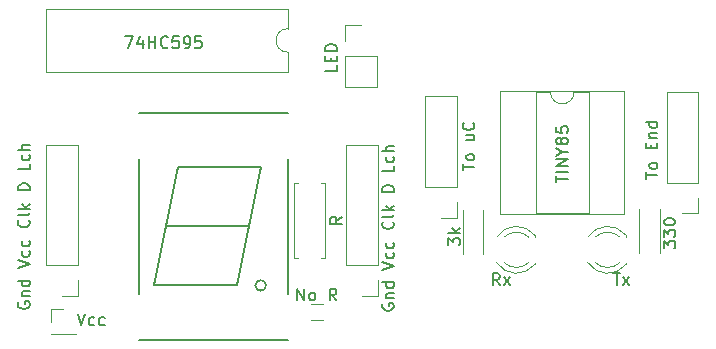
<source format=gbr>
G04 #@! TF.FileFunction,Legend,Top*
%FSLAX46Y46*%
G04 Gerber Fmt 4.6, Leading zero omitted, Abs format (unit mm)*
G04 Created by KiCad (PCBNEW 4.0.7) date 12/08/18 06:10:40*
%MOMM*%
%LPD*%
G01*
G04 APERTURE LIST*
%ADD10C,0.100000*%
%ADD11C,0.120000*%
%ADD12C,0.150000*%
G04 APERTURE END LIST*
D10*
D11*
X99254000Y-29768800D02*
X99254000Y-32368800D01*
X99254000Y-32368800D02*
X101914000Y-32368800D01*
X101914000Y-32368800D02*
X101914000Y-29768800D01*
X101914000Y-29768800D02*
X99254000Y-29768800D01*
X99254000Y-28498800D02*
X99254000Y-27168800D01*
X99254000Y-27168800D02*
X100584000Y-27168800D01*
X102015600Y-47498000D02*
X102015600Y-37278000D01*
X102015600Y-37278000D02*
X99355600Y-37278000D01*
X99355600Y-37278000D02*
X99355600Y-47498000D01*
X99355600Y-47498000D02*
X102015600Y-47498000D01*
X102015600Y-48768000D02*
X102015600Y-50098000D01*
X102015600Y-50098000D02*
X100685600Y-50098000D01*
X94395600Y-29448000D02*
G75*
G02X94395600Y-27448000I0J1000000D01*
G01*
X94395600Y-27448000D02*
X94395600Y-25798000D01*
X94395600Y-25798000D02*
X73955600Y-25798000D01*
X73955600Y-25798000D02*
X73955600Y-31098000D01*
X73955600Y-31098000D02*
X94395600Y-31098000D01*
X94395600Y-31098000D02*
X94395600Y-29448000D01*
D12*
X92534414Y-49196000D02*
G75*
G03X92534414Y-49196000I-447214J0D01*
G01*
X85087200Y-39196000D02*
X84087200Y-44196000D01*
X84087200Y-44196000D02*
X83087200Y-49196000D01*
X83087200Y-49196000D02*
X90087200Y-49196000D01*
X90087200Y-49196000D02*
X91087200Y-44196000D01*
X92087200Y-39196000D02*
X91087200Y-44196000D01*
X91087200Y-44196000D02*
X84087200Y-44196000D01*
X85087200Y-39196000D02*
X92087200Y-39196000D01*
X94387200Y-53796000D02*
X81787200Y-53796000D01*
X81787200Y-38496000D02*
X81787200Y-49896000D01*
X94387200Y-38496000D02*
X94387200Y-49896000D01*
X81787200Y-34596000D02*
X94387200Y-34596000D01*
D11*
X76615600Y-47498000D02*
X76615600Y-37278000D01*
X76615600Y-37278000D02*
X73955600Y-37278000D01*
X73955600Y-37278000D02*
X73955600Y-47498000D01*
X73955600Y-47498000D02*
X76615600Y-47498000D01*
X76615600Y-48768000D02*
X76615600Y-50098000D01*
X76615600Y-50098000D02*
X75285600Y-50098000D01*
X97195200Y-40478000D02*
X97525200Y-40478000D01*
X97525200Y-40478000D02*
X97525200Y-46898000D01*
X97525200Y-46898000D02*
X97195200Y-46898000D01*
X95235200Y-40478000D02*
X94905200Y-40478000D01*
X94905200Y-40478000D02*
X94905200Y-46898000D01*
X94905200Y-46898000D02*
X95235200Y-46898000D01*
X97324800Y-52140400D02*
X96324800Y-52140400D01*
X96324800Y-50780400D02*
X97324800Y-50780400D01*
X74327200Y-53333200D02*
X76447200Y-53333200D01*
X74327200Y-53273200D02*
X74327200Y-53333200D01*
X76447200Y-53273200D02*
X76447200Y-53333200D01*
X74327200Y-53273200D02*
X76447200Y-53273200D01*
X74327200Y-52273200D02*
X74327200Y-51213200D01*
X74327200Y-51213200D02*
X75387200Y-51213200D01*
X118627400Y-32807600D02*
G75*
G02X116627400Y-32807600I-1000000J0D01*
G01*
X116627400Y-32807600D02*
X115377400Y-32807600D01*
X115377400Y-32807600D02*
X115377400Y-43087600D01*
X115377400Y-43087600D02*
X119877400Y-43087600D01*
X119877400Y-43087600D02*
X119877400Y-32807600D01*
X119877400Y-32807600D02*
X118627400Y-32807600D01*
X112377400Y-32747600D02*
X112377400Y-43147600D01*
X112377400Y-43147600D02*
X122877400Y-43147600D01*
X122877400Y-43147600D02*
X122877400Y-32747600D01*
X122877400Y-32747600D02*
X112377400Y-32747600D01*
X108670400Y-40868600D02*
X108670400Y-33188600D01*
X108670400Y-33188600D02*
X106010400Y-33188600D01*
X106010400Y-33188600D02*
X106010400Y-40868600D01*
X106010400Y-40868600D02*
X108670400Y-40868600D01*
X108670400Y-42138600D02*
X108670400Y-43468600D01*
X108670400Y-43468600D02*
X107340400Y-43468600D01*
X119790465Y-47255808D02*
G75*
G03X123022800Y-47412716I1672335J1078608D01*
G01*
X119790465Y-45098592D02*
G75*
G02X123022800Y-44941684I1672335J-1078608D01*
G01*
X120421670Y-47257037D02*
G75*
G03X122503761Y-47257200I1041130J1079837D01*
G01*
X120421670Y-45097363D02*
G75*
G02X122503761Y-45097200I1041130J-1079837D01*
G01*
X123022800Y-47413200D02*
X123022800Y-47257200D01*
X123022800Y-45097200D02*
X123022800Y-44941200D01*
X112068865Y-47255808D02*
G75*
G03X115301200Y-47412716I1672335J1078608D01*
G01*
X112068865Y-45098592D02*
G75*
G02X115301200Y-44941684I1672335J-1078608D01*
G01*
X112700070Y-47257037D02*
G75*
G03X114782161Y-47257200I1041130J1079837D01*
G01*
X112700070Y-45097363D02*
G75*
G02X114782161Y-45097200I1041130J-1079837D01*
G01*
X115301200Y-47413200D02*
X115301200Y-47257200D01*
X115301200Y-45097200D02*
X115301200Y-44941200D01*
X129117400Y-40487600D02*
X129117400Y-32807600D01*
X129117400Y-32807600D02*
X126457400Y-32807600D01*
X126457400Y-32807600D02*
X126457400Y-40487600D01*
X126457400Y-40487600D02*
X129117400Y-40487600D01*
X129117400Y-41757600D02*
X129117400Y-43087600D01*
X129117400Y-43087600D02*
X127787400Y-43087600D01*
X124158800Y-46411600D02*
X124158800Y-42691600D01*
X125878800Y-46411600D02*
X125878800Y-42691600D01*
X110943600Y-42844000D02*
X110943600Y-46564000D01*
X109223600Y-42844000D02*
X109223600Y-46564000D01*
D12*
X98547181Y-30564057D02*
X98547181Y-31040248D01*
X97547181Y-31040248D01*
X98023371Y-30230724D02*
X98023371Y-29897390D01*
X98547181Y-29754533D02*
X98547181Y-30230724D01*
X97547181Y-30230724D01*
X97547181Y-29754533D01*
X98547181Y-29325962D02*
X97547181Y-29325962D01*
X97547181Y-29087867D01*
X97594800Y-28945009D01*
X97690038Y-28849771D01*
X97785276Y-28802152D01*
X97975752Y-28754533D01*
X98118610Y-28754533D01*
X98309086Y-28802152D01*
X98404324Y-28849771D01*
X98499562Y-28945009D01*
X98547181Y-29087867D01*
X98547181Y-29325962D01*
X102420800Y-50753163D02*
X102373181Y-50848401D01*
X102373181Y-50991258D01*
X102420800Y-51134116D01*
X102516038Y-51229354D01*
X102611276Y-51276973D01*
X102801752Y-51324592D01*
X102944610Y-51324592D01*
X103135086Y-51276973D01*
X103230324Y-51229354D01*
X103325562Y-51134116D01*
X103373181Y-50991258D01*
X103373181Y-50896020D01*
X103325562Y-50753163D01*
X103277943Y-50705544D01*
X102944610Y-50705544D01*
X102944610Y-50896020D01*
X102706514Y-50276973D02*
X103373181Y-50276973D01*
X102801752Y-50276973D02*
X102754133Y-50229354D01*
X102706514Y-50134116D01*
X102706514Y-49991258D01*
X102754133Y-49896020D01*
X102849371Y-49848401D01*
X103373181Y-49848401D01*
X103373181Y-48943639D02*
X102373181Y-48943639D01*
X103325562Y-48943639D02*
X103373181Y-49038877D01*
X103373181Y-49229354D01*
X103325562Y-49324592D01*
X103277943Y-49372211D01*
X103182705Y-49419830D01*
X102896990Y-49419830D01*
X102801752Y-49372211D01*
X102754133Y-49324592D01*
X102706514Y-49229354D01*
X102706514Y-49038877D01*
X102754133Y-48943639D01*
X102373181Y-47848401D02*
X103373181Y-47515068D01*
X102373181Y-47181734D01*
X103325562Y-46419829D02*
X103373181Y-46515067D01*
X103373181Y-46705544D01*
X103325562Y-46800782D01*
X103277943Y-46848401D01*
X103182705Y-46896020D01*
X102896990Y-46896020D01*
X102801752Y-46848401D01*
X102754133Y-46800782D01*
X102706514Y-46705544D01*
X102706514Y-46515067D01*
X102754133Y-46419829D01*
X103325562Y-45562686D02*
X103373181Y-45657924D01*
X103373181Y-45848401D01*
X103325562Y-45943639D01*
X103277943Y-45991258D01*
X103182705Y-46038877D01*
X102896990Y-46038877D01*
X102801752Y-45991258D01*
X102754133Y-45943639D01*
X102706514Y-45848401D01*
X102706514Y-45657924D01*
X102754133Y-45562686D01*
X103277943Y-43800781D02*
X103325562Y-43848400D01*
X103373181Y-43991257D01*
X103373181Y-44086495D01*
X103325562Y-44229353D01*
X103230324Y-44324591D01*
X103135086Y-44372210D01*
X102944610Y-44419829D01*
X102801752Y-44419829D01*
X102611276Y-44372210D01*
X102516038Y-44324591D01*
X102420800Y-44229353D01*
X102373181Y-44086495D01*
X102373181Y-43991257D01*
X102420800Y-43848400D01*
X102468419Y-43800781D01*
X103373181Y-43229353D02*
X103325562Y-43324591D01*
X103230324Y-43372210D01*
X102373181Y-43372210D01*
X103373181Y-42848400D02*
X102373181Y-42848400D01*
X102992229Y-42753162D02*
X103373181Y-42467447D01*
X102706514Y-42467447D02*
X103087467Y-42848400D01*
X103373181Y-41276971D02*
X102373181Y-41276971D01*
X102373181Y-41038876D01*
X102420800Y-40896018D01*
X102516038Y-40800780D01*
X102611276Y-40753161D01*
X102801752Y-40705542D01*
X102944610Y-40705542D01*
X103135086Y-40753161D01*
X103230324Y-40800780D01*
X103325562Y-40896018D01*
X103373181Y-41038876D01*
X103373181Y-41276971D01*
X103373181Y-39038875D02*
X103373181Y-39515066D01*
X102373181Y-39515066D01*
X103325562Y-38276970D02*
X103373181Y-38372208D01*
X103373181Y-38562685D01*
X103325562Y-38657923D01*
X103277943Y-38705542D01*
X103182705Y-38753161D01*
X102896990Y-38753161D01*
X102801752Y-38705542D01*
X102754133Y-38657923D01*
X102706514Y-38562685D01*
X102706514Y-38372208D01*
X102754133Y-38276970D01*
X103373181Y-37848399D02*
X102373181Y-37848399D01*
X103373181Y-37419827D02*
X102849371Y-37419827D01*
X102754133Y-37467446D01*
X102706514Y-37562684D01*
X102706514Y-37705542D01*
X102754133Y-37800780D01*
X102801752Y-37848399D01*
X80608895Y-28103581D02*
X81275562Y-28103581D01*
X80846990Y-29103581D01*
X82085086Y-28436914D02*
X82085086Y-29103581D01*
X81846990Y-28055962D02*
X81608895Y-28770248D01*
X82227943Y-28770248D01*
X82608895Y-29103581D02*
X82608895Y-28103581D01*
X82608895Y-28579771D02*
X83180324Y-28579771D01*
X83180324Y-29103581D02*
X83180324Y-28103581D01*
X84227943Y-29008343D02*
X84180324Y-29055962D01*
X84037467Y-29103581D01*
X83942229Y-29103581D01*
X83799371Y-29055962D01*
X83704133Y-28960724D01*
X83656514Y-28865486D01*
X83608895Y-28675010D01*
X83608895Y-28532152D01*
X83656514Y-28341676D01*
X83704133Y-28246438D01*
X83799371Y-28151200D01*
X83942229Y-28103581D01*
X84037467Y-28103581D01*
X84180324Y-28151200D01*
X84227943Y-28198819D01*
X85132705Y-28103581D02*
X84656514Y-28103581D01*
X84608895Y-28579771D01*
X84656514Y-28532152D01*
X84751752Y-28484533D01*
X84989848Y-28484533D01*
X85085086Y-28532152D01*
X85132705Y-28579771D01*
X85180324Y-28675010D01*
X85180324Y-28913105D01*
X85132705Y-29008343D01*
X85085086Y-29055962D01*
X84989848Y-29103581D01*
X84751752Y-29103581D01*
X84656514Y-29055962D01*
X84608895Y-29008343D01*
X85656514Y-29103581D02*
X85846990Y-29103581D01*
X85942229Y-29055962D01*
X85989848Y-29008343D01*
X86085086Y-28865486D01*
X86132705Y-28675010D01*
X86132705Y-28294057D01*
X86085086Y-28198819D01*
X86037467Y-28151200D01*
X85942229Y-28103581D01*
X85751752Y-28103581D01*
X85656514Y-28151200D01*
X85608895Y-28198819D01*
X85561276Y-28294057D01*
X85561276Y-28532152D01*
X85608895Y-28627390D01*
X85656514Y-28675010D01*
X85751752Y-28722629D01*
X85942229Y-28722629D01*
X86037467Y-28675010D01*
X86085086Y-28627390D01*
X86132705Y-28532152D01*
X87037467Y-28103581D02*
X86561276Y-28103581D01*
X86513657Y-28579771D01*
X86561276Y-28532152D01*
X86656514Y-28484533D01*
X86894610Y-28484533D01*
X86989848Y-28532152D01*
X87037467Y-28579771D01*
X87085086Y-28675010D01*
X87085086Y-28913105D01*
X87037467Y-29008343D01*
X86989848Y-29055962D01*
X86894610Y-29103581D01*
X86656514Y-29103581D01*
X86561276Y-29055962D01*
X86513657Y-29008343D01*
X71585200Y-50600763D02*
X71537581Y-50696001D01*
X71537581Y-50838858D01*
X71585200Y-50981716D01*
X71680438Y-51076954D01*
X71775676Y-51124573D01*
X71966152Y-51172192D01*
X72109010Y-51172192D01*
X72299486Y-51124573D01*
X72394724Y-51076954D01*
X72489962Y-50981716D01*
X72537581Y-50838858D01*
X72537581Y-50743620D01*
X72489962Y-50600763D01*
X72442343Y-50553144D01*
X72109010Y-50553144D01*
X72109010Y-50743620D01*
X71870914Y-50124573D02*
X72537581Y-50124573D01*
X71966152Y-50124573D02*
X71918533Y-50076954D01*
X71870914Y-49981716D01*
X71870914Y-49838858D01*
X71918533Y-49743620D01*
X72013771Y-49696001D01*
X72537581Y-49696001D01*
X72537581Y-48791239D02*
X71537581Y-48791239D01*
X72489962Y-48791239D02*
X72537581Y-48886477D01*
X72537581Y-49076954D01*
X72489962Y-49172192D01*
X72442343Y-49219811D01*
X72347105Y-49267430D01*
X72061390Y-49267430D01*
X71966152Y-49219811D01*
X71918533Y-49172192D01*
X71870914Y-49076954D01*
X71870914Y-48886477D01*
X71918533Y-48791239D01*
X71537581Y-47696001D02*
X72537581Y-47362668D01*
X71537581Y-47029334D01*
X72489962Y-46267429D02*
X72537581Y-46362667D01*
X72537581Y-46553144D01*
X72489962Y-46648382D01*
X72442343Y-46696001D01*
X72347105Y-46743620D01*
X72061390Y-46743620D01*
X71966152Y-46696001D01*
X71918533Y-46648382D01*
X71870914Y-46553144D01*
X71870914Y-46362667D01*
X71918533Y-46267429D01*
X72489962Y-45410286D02*
X72537581Y-45505524D01*
X72537581Y-45696001D01*
X72489962Y-45791239D01*
X72442343Y-45838858D01*
X72347105Y-45886477D01*
X72061390Y-45886477D01*
X71966152Y-45838858D01*
X71918533Y-45791239D01*
X71870914Y-45696001D01*
X71870914Y-45505524D01*
X71918533Y-45410286D01*
X72442343Y-43648381D02*
X72489962Y-43696000D01*
X72537581Y-43838857D01*
X72537581Y-43934095D01*
X72489962Y-44076953D01*
X72394724Y-44172191D01*
X72299486Y-44219810D01*
X72109010Y-44267429D01*
X71966152Y-44267429D01*
X71775676Y-44219810D01*
X71680438Y-44172191D01*
X71585200Y-44076953D01*
X71537581Y-43934095D01*
X71537581Y-43838857D01*
X71585200Y-43696000D01*
X71632819Y-43648381D01*
X72537581Y-43076953D02*
X72489962Y-43172191D01*
X72394724Y-43219810D01*
X71537581Y-43219810D01*
X72537581Y-42696000D02*
X71537581Y-42696000D01*
X72156629Y-42600762D02*
X72537581Y-42315047D01*
X71870914Y-42315047D02*
X72251867Y-42696000D01*
X72537581Y-41124571D02*
X71537581Y-41124571D01*
X71537581Y-40886476D01*
X71585200Y-40743618D01*
X71680438Y-40648380D01*
X71775676Y-40600761D01*
X71966152Y-40553142D01*
X72109010Y-40553142D01*
X72299486Y-40600761D01*
X72394724Y-40648380D01*
X72489962Y-40743618D01*
X72537581Y-40886476D01*
X72537581Y-41124571D01*
X72537581Y-38886475D02*
X72537581Y-39362666D01*
X71537581Y-39362666D01*
X72489962Y-38124570D02*
X72537581Y-38219808D01*
X72537581Y-38410285D01*
X72489962Y-38505523D01*
X72442343Y-38553142D01*
X72347105Y-38600761D01*
X72061390Y-38600761D01*
X71966152Y-38553142D01*
X71918533Y-38505523D01*
X71870914Y-38410285D01*
X71870914Y-38219808D01*
X71918533Y-38124570D01*
X72537581Y-37695999D02*
X71537581Y-37695999D01*
X72537581Y-37267427D02*
X72013771Y-37267427D01*
X71918533Y-37315046D01*
X71870914Y-37410284D01*
X71870914Y-37553142D01*
X71918533Y-37648380D01*
X71966152Y-37695999D01*
X98977581Y-43378476D02*
X98501390Y-43711810D01*
X98977581Y-43949905D02*
X97977581Y-43949905D01*
X97977581Y-43568952D01*
X98025200Y-43473714D01*
X98072819Y-43426095D01*
X98168057Y-43378476D01*
X98310914Y-43378476D01*
X98406152Y-43426095D01*
X98453771Y-43473714D01*
X98501390Y-43568952D01*
X98501390Y-43949905D01*
X95205752Y-50462781D02*
X95205752Y-49462781D01*
X95777181Y-50462781D01*
X95777181Y-49462781D01*
X96396228Y-50462781D02*
X96300990Y-50415162D01*
X96253371Y-50367543D01*
X96205752Y-50272305D01*
X96205752Y-49986590D01*
X96253371Y-49891352D01*
X96300990Y-49843733D01*
X96396228Y-49796114D01*
X96539086Y-49796114D01*
X96634324Y-49843733D01*
X96681943Y-49891352D01*
X96729562Y-49986590D01*
X96729562Y-50272305D01*
X96681943Y-50367543D01*
X96634324Y-50415162D01*
X96539086Y-50462781D01*
X96396228Y-50462781D01*
X98491467Y-50462781D02*
X98158133Y-49986590D01*
X97920038Y-50462781D02*
X97920038Y-49462781D01*
X98300991Y-49462781D01*
X98396229Y-49510400D01*
X98443848Y-49558019D01*
X98491467Y-49653257D01*
X98491467Y-49796114D01*
X98443848Y-49891352D01*
X98396229Y-49938971D01*
X98300991Y-49986590D01*
X97920038Y-49986590D01*
X76584324Y-51573181D02*
X76917657Y-52573181D01*
X77250991Y-51573181D01*
X78012896Y-52525562D02*
X77917658Y-52573181D01*
X77727181Y-52573181D01*
X77631943Y-52525562D01*
X77584324Y-52477943D01*
X77536705Y-52382705D01*
X77536705Y-52096990D01*
X77584324Y-52001752D01*
X77631943Y-51954133D01*
X77727181Y-51906514D01*
X77917658Y-51906514D01*
X78012896Y-51954133D01*
X78870039Y-52525562D02*
X78774801Y-52573181D01*
X78584324Y-52573181D01*
X78489086Y-52525562D01*
X78441467Y-52477943D01*
X78393848Y-52382705D01*
X78393848Y-52096990D01*
X78441467Y-52001752D01*
X78489086Y-51954133D01*
X78584324Y-51906514D01*
X78774801Y-51906514D01*
X78870039Y-51954133D01*
X117105181Y-40477771D02*
X117105181Y-39906342D01*
X118105181Y-40192057D02*
X117105181Y-40192057D01*
X118105181Y-39573009D02*
X117105181Y-39573009D01*
X118105181Y-39096819D02*
X117105181Y-39096819D01*
X118105181Y-38525390D01*
X117105181Y-38525390D01*
X117628990Y-37858724D02*
X118105181Y-37858724D01*
X117105181Y-38192057D02*
X117628990Y-37858724D01*
X117105181Y-37525390D01*
X117533752Y-37049200D02*
X117486133Y-37144438D01*
X117438514Y-37192057D01*
X117343276Y-37239676D01*
X117295657Y-37239676D01*
X117200419Y-37192057D01*
X117152800Y-37144438D01*
X117105181Y-37049200D01*
X117105181Y-36858723D01*
X117152800Y-36763485D01*
X117200419Y-36715866D01*
X117295657Y-36668247D01*
X117343276Y-36668247D01*
X117438514Y-36715866D01*
X117486133Y-36763485D01*
X117533752Y-36858723D01*
X117533752Y-37049200D01*
X117581371Y-37144438D01*
X117628990Y-37192057D01*
X117724229Y-37239676D01*
X117914705Y-37239676D01*
X118009943Y-37192057D01*
X118057562Y-37144438D01*
X118105181Y-37049200D01*
X118105181Y-36858723D01*
X118057562Y-36763485D01*
X118009943Y-36715866D01*
X117914705Y-36668247D01*
X117724229Y-36668247D01*
X117628990Y-36715866D01*
X117581371Y-36763485D01*
X117533752Y-36858723D01*
X117105181Y-35763485D02*
X117105181Y-36239676D01*
X117581371Y-36287295D01*
X117533752Y-36239676D01*
X117486133Y-36144438D01*
X117486133Y-35906342D01*
X117533752Y-35811104D01*
X117581371Y-35763485D01*
X117676610Y-35715866D01*
X117914705Y-35715866D01*
X118009943Y-35763485D01*
X118057562Y-35811104D01*
X118105181Y-35906342D01*
X118105181Y-36144438D01*
X118057562Y-36239676D01*
X118009943Y-36287295D01*
X109180381Y-39460229D02*
X109180381Y-38888800D01*
X110180381Y-39174515D02*
X109180381Y-39174515D01*
X110180381Y-38412610D02*
X110132762Y-38507848D01*
X110085143Y-38555467D01*
X109989905Y-38603086D01*
X109704190Y-38603086D01*
X109608952Y-38555467D01*
X109561333Y-38507848D01*
X109513714Y-38412610D01*
X109513714Y-38269752D01*
X109561333Y-38174514D01*
X109608952Y-38126895D01*
X109704190Y-38079276D01*
X109989905Y-38079276D01*
X110085143Y-38126895D01*
X110132762Y-38174514D01*
X110180381Y-38269752D01*
X110180381Y-38412610D01*
X109513714Y-36460228D02*
X110180381Y-36460228D01*
X109513714Y-36888800D02*
X110037524Y-36888800D01*
X110132762Y-36841181D01*
X110180381Y-36745943D01*
X110180381Y-36603085D01*
X110132762Y-36507847D01*
X110085143Y-36460228D01*
X110085143Y-35412609D02*
X110132762Y-35460228D01*
X110180381Y-35603085D01*
X110180381Y-35698323D01*
X110132762Y-35841181D01*
X110037524Y-35936419D01*
X109942286Y-35984038D01*
X109751810Y-36031657D01*
X109608952Y-36031657D01*
X109418476Y-35984038D01*
X109323238Y-35936419D01*
X109228000Y-35841181D01*
X109180381Y-35698323D01*
X109180381Y-35603085D01*
X109228000Y-35460228D01*
X109275619Y-35412609D01*
X121940724Y-48169581D02*
X122512153Y-48169581D01*
X122226438Y-49169581D02*
X122226438Y-48169581D01*
X122750248Y-49169581D02*
X123274058Y-48502914D01*
X122750248Y-48502914D02*
X123274058Y-49169581D01*
X112325162Y-49169581D02*
X111991828Y-48693390D01*
X111753733Y-49169581D02*
X111753733Y-48169581D01*
X112134686Y-48169581D01*
X112229924Y-48217200D01*
X112277543Y-48264819D01*
X112325162Y-48360057D01*
X112325162Y-48502914D01*
X112277543Y-48598152D01*
X112229924Y-48645771D01*
X112134686Y-48693390D01*
X111753733Y-48693390D01*
X112658495Y-49169581D02*
X113182305Y-48502914D01*
X112658495Y-48502914D02*
X113182305Y-49169581D01*
X124674381Y-40169791D02*
X124674381Y-39598362D01*
X125674381Y-39884077D02*
X124674381Y-39884077D01*
X125674381Y-39122172D02*
X125626762Y-39217410D01*
X125579143Y-39265029D01*
X125483905Y-39312648D01*
X125198190Y-39312648D01*
X125102952Y-39265029D01*
X125055333Y-39217410D01*
X125007714Y-39122172D01*
X125007714Y-38979314D01*
X125055333Y-38884076D01*
X125102952Y-38836457D01*
X125198190Y-38788838D01*
X125483905Y-38788838D01*
X125579143Y-38836457D01*
X125626762Y-38884076D01*
X125674381Y-38979314D01*
X125674381Y-39122172D01*
X125150571Y-37598362D02*
X125150571Y-37265028D01*
X125674381Y-37122171D02*
X125674381Y-37598362D01*
X124674381Y-37598362D01*
X124674381Y-37122171D01*
X125007714Y-36693600D02*
X125674381Y-36693600D01*
X125102952Y-36693600D02*
X125055333Y-36645981D01*
X125007714Y-36550743D01*
X125007714Y-36407885D01*
X125055333Y-36312647D01*
X125150571Y-36265028D01*
X125674381Y-36265028D01*
X125674381Y-35360266D02*
X124674381Y-35360266D01*
X125626762Y-35360266D02*
X125674381Y-35455504D01*
X125674381Y-35645981D01*
X125626762Y-35741219D01*
X125579143Y-35788838D01*
X125483905Y-35836457D01*
X125198190Y-35836457D01*
X125102952Y-35788838D01*
X125055333Y-35741219D01*
X125007714Y-35645981D01*
X125007714Y-35455504D01*
X125055333Y-35360266D01*
X126198381Y-46040514D02*
X126198381Y-45421466D01*
X126579333Y-45754800D01*
X126579333Y-45611942D01*
X126626952Y-45516704D01*
X126674571Y-45469085D01*
X126769810Y-45421466D01*
X127007905Y-45421466D01*
X127103143Y-45469085D01*
X127150762Y-45516704D01*
X127198381Y-45611942D01*
X127198381Y-45897657D01*
X127150762Y-45992895D01*
X127103143Y-46040514D01*
X126198381Y-45088133D02*
X126198381Y-44469085D01*
X126579333Y-44802419D01*
X126579333Y-44659561D01*
X126626952Y-44564323D01*
X126674571Y-44516704D01*
X126769810Y-44469085D01*
X127007905Y-44469085D01*
X127103143Y-44516704D01*
X127150762Y-44564323D01*
X127198381Y-44659561D01*
X127198381Y-44945276D01*
X127150762Y-45040514D01*
X127103143Y-45088133D01*
X126198381Y-43850038D02*
X126198381Y-43754799D01*
X126246000Y-43659561D01*
X126293619Y-43611942D01*
X126388857Y-43564323D01*
X126579333Y-43516704D01*
X126817429Y-43516704D01*
X127007905Y-43564323D01*
X127103143Y-43611942D01*
X127150762Y-43659561D01*
X127198381Y-43754799D01*
X127198381Y-43850038D01*
X127150762Y-43945276D01*
X127103143Y-43992895D01*
X127007905Y-44040514D01*
X126817429Y-44088133D01*
X126579333Y-44088133D01*
X126388857Y-44040514D01*
X126293619Y-43992895D01*
X126246000Y-43945276D01*
X126198381Y-43850038D01*
X107961181Y-45797695D02*
X107961181Y-45178647D01*
X108342133Y-45511981D01*
X108342133Y-45369123D01*
X108389752Y-45273885D01*
X108437371Y-45226266D01*
X108532610Y-45178647D01*
X108770705Y-45178647D01*
X108865943Y-45226266D01*
X108913562Y-45273885D01*
X108961181Y-45369123D01*
X108961181Y-45654838D01*
X108913562Y-45750076D01*
X108865943Y-45797695D01*
X108961181Y-44750076D02*
X107961181Y-44750076D01*
X108580229Y-44654838D02*
X108961181Y-44369123D01*
X108294514Y-44369123D02*
X108675467Y-44750076D01*
M02*

</source>
